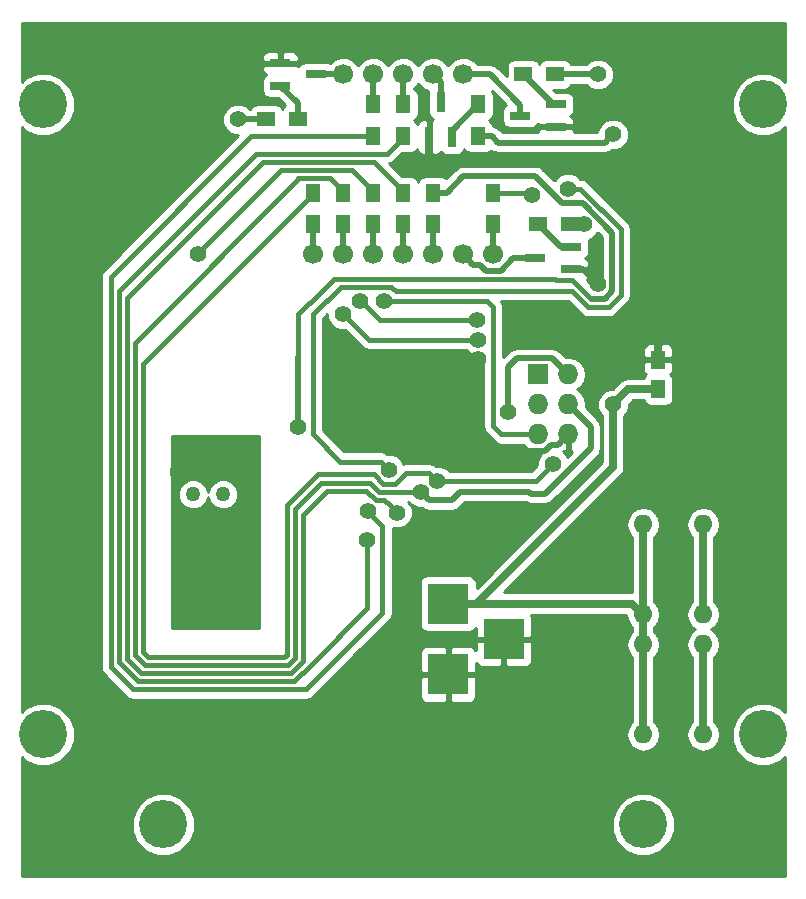
<source format=gbr>
G04 #@! TF.FileFunction,Copper,L2,Bot,Signal*
%FSLAX46Y46*%
G04 Gerber Fmt 4.6, Leading zero omitted, Abs format (unit mm)*
G04 Created by KiCad (PCBNEW (2015-12-07 BZR 6352)-product) date Sat 20 Feb 2016 08:53:46 AM EST*
%MOMM*%
G01*
G04 APERTURE LIST*
%ADD10C,0.100000*%
%ADD11R,1.500000X1.300000*%
%ADD12R,1.727200X1.727200*%
%ADD13O,1.727200X1.727200*%
%ADD14R,3.500120X3.500120*%
%ADD15R,1.800860X0.800100*%
%ADD16R,0.800100X1.800860*%
%ADD17R,1.300000X1.500000*%
%ADD18O,1.600000X1.600000*%
%ADD19C,1.270000*%
%ADD20R,1.250000X1.500000*%
%ADD21C,1.700000*%
%ADD22C,4.064000*%
%ADD23C,1.400000*%
%ADD24C,1.600000*%
%ADD25C,0.635000*%
%ADD26C,0.431800*%
%ADD27C,0.508000*%
%ADD28C,0.254000*%
G04 APERTURE END LIST*
D10*
D11*
X43180000Y68580000D03*
X45880000Y68580000D03*
D12*
X44450000Y43180000D03*
D13*
X46990000Y43180000D03*
X44450000Y40640000D03*
X46990000Y40640000D03*
X44450000Y38100000D03*
X46990000Y38100000D03*
D14*
X36830000Y23779480D03*
X36830000Y17780000D03*
X41529000Y20779740D03*
D15*
X22628860Y67630000D03*
X22628860Y69530000D03*
X25631140Y68580000D03*
D16*
X37145000Y63268860D03*
X35245000Y63268860D03*
X36195000Y66271140D03*
D15*
X45951140Y66040000D03*
X45951140Y64140000D03*
X42948860Y65090000D03*
X47221140Y53970000D03*
X47221140Y52070000D03*
X44218860Y53020000D03*
D11*
X24130000Y64770000D03*
X21430000Y64770000D03*
D17*
X39370000Y66040000D03*
X39370000Y63340000D03*
D11*
X44450000Y55880000D03*
X47150000Y55880000D03*
D17*
X30480000Y66040000D03*
X30480000Y63340000D03*
X40640000Y55880000D03*
X40640000Y58580000D03*
X33020000Y55880000D03*
X33020000Y58580000D03*
X27940000Y55880000D03*
X27940000Y58580000D03*
X25400000Y55880000D03*
X25400000Y58580000D03*
X33020000Y66040000D03*
X33020000Y63340000D03*
X35560000Y55880000D03*
X35560000Y58580000D03*
D18*
X53340000Y22860000D03*
X58420000Y22860000D03*
X58420000Y30480000D03*
X53340000Y30480000D03*
X53340000Y12700000D03*
X58420000Y12700000D03*
X58420000Y20320000D03*
X53340000Y20320000D03*
D19*
X15240000Y33020000D03*
X17780000Y33020000D03*
D20*
X54610000Y41930000D03*
X54610000Y44430000D03*
D21*
X25400000Y53340000D03*
X27940000Y53340000D03*
X30480000Y53340000D03*
X33020000Y53340000D03*
X35560000Y53340000D03*
X38100000Y53340000D03*
X40640000Y53340000D03*
X38100000Y68580000D03*
X35560000Y68580000D03*
X33020000Y68580000D03*
X30480000Y68580000D03*
X27940000Y68580000D03*
D17*
X30480000Y55880000D03*
X30480000Y58580000D03*
D22*
X63500000Y66040000D03*
X63500000Y12700000D03*
X2540000Y12700000D03*
X2540000Y66040000D03*
X12700000Y5080000D03*
X53340000Y5080000D03*
D23*
X15609224Y53399806D03*
X41911520Y40005000D03*
X50800000Y40640000D03*
D24*
X63500000Y27940000D03*
D23*
X39370000Y44450000D03*
X40005000Y36195000D03*
X49530000Y50800000D03*
X62230000Y39370000D03*
X57785000Y49530000D03*
X13970000Y34925000D03*
X45720000Y35621999D03*
X35923270Y34128732D03*
X29974503Y29168739D03*
X34516006Y33232461D03*
X31426233Y49429920D03*
X24130000Y38735000D03*
X30027055Y31593989D03*
X46978070Y58913838D03*
X43900711Y58409861D03*
X31805265Y35109240D03*
X32481241Y31486090D03*
X19050000Y64770000D03*
X50800000Y63500000D03*
X49530000Y68580000D03*
X48321980Y55880000D03*
X29394738Y49386309D03*
X39260934Y47754425D03*
X39370000Y46104013D03*
X27940000Y48260000D03*
D25*
X53340000Y20320000D02*
X53340000Y12700000D01*
X53340000Y20320000D02*
X53340000Y22860000D01*
X53340000Y22860000D02*
X53340000Y30480000D01*
X53340000Y22860000D02*
X52420520Y23779480D01*
X52420520Y23779480D02*
X36830000Y23779480D01*
D26*
X16309223Y54099805D02*
X15609224Y53399806D01*
X22695130Y60485712D02*
X16309223Y54099805D01*
X28674288Y60485712D02*
X22695130Y60485712D01*
X30480000Y58680000D02*
X28674288Y60485712D01*
X30480000Y58580000D02*
X30480000Y58680000D01*
D27*
X46990000Y43180000D02*
X45618399Y44551601D01*
X45618399Y44551601D02*
X42646601Y44551601D01*
X42646601Y44551601D02*
X41911520Y43816520D01*
X41911520Y40994949D02*
X41911520Y40005000D01*
X41911520Y43816520D02*
X41911520Y40994949D01*
D25*
X50800000Y40640000D02*
X50800000Y35364420D01*
X50800000Y35364420D02*
X39215060Y23779480D01*
X39215060Y23779480D02*
X36830000Y23779480D01*
X54610000Y41930000D02*
X52090000Y41930000D01*
X52090000Y41930000D02*
X50800000Y40640000D01*
X35245000Y63268860D02*
X35245000Y61733430D01*
X35245000Y61733430D02*
X36018430Y60960000D01*
D27*
X49530000Y50800000D02*
X48260000Y52070000D01*
X48260000Y52070000D02*
X47221140Y52070000D01*
D25*
X39370000Y44450000D02*
X38100000Y44450000D01*
D27*
X38100000Y39998160D02*
X38100000Y44450000D01*
X45038556Y36728399D02*
X41369761Y36728399D01*
X41369761Y36728399D02*
X38100000Y39998160D01*
X45546558Y37236401D02*
X45038556Y36728399D01*
X46126401Y37236401D02*
X45546558Y37236401D01*
X46990000Y38100000D02*
X46126401Y37236401D01*
D25*
X54610000Y44430000D02*
X54610000Y46355000D01*
X54610000Y46355000D02*
X57785000Y49530000D01*
D26*
X10998244Y44078244D02*
X10998244Y19672247D01*
X10998244Y19672247D02*
X11405863Y19264628D01*
X31284372Y33939338D02*
X32366819Y33939338D01*
X25776451Y34716608D02*
X30507102Y34716608D01*
X32366819Y33939338D02*
X33256212Y34828731D01*
X30507102Y34716608D02*
X31284372Y33939338D01*
X11405863Y19264628D02*
X22956977Y19264628D01*
X23158487Y19466138D02*
X23158487Y32098644D01*
X25400000Y58580000D02*
X25400000Y58480000D01*
X25400000Y58480000D02*
X10998244Y44078244D01*
X22956977Y19264628D02*
X23158487Y19466138D01*
X23158487Y32098644D02*
X25776451Y34716608D01*
X33256212Y34828731D02*
X35223271Y34828731D01*
X35223271Y34828731D02*
X35923270Y34128732D01*
X35923270Y34128732D02*
X44226733Y34128732D01*
X44226733Y34128732D02*
X45720000Y35621999D01*
X29974503Y28178790D02*
X29974503Y29168739D01*
X33020000Y63240000D02*
X31644176Y61864176D01*
X25215920Y18613925D02*
X29974503Y23372508D01*
X8940811Y18820031D02*
X10553647Y17207195D01*
X20589176Y61864176D02*
X8940811Y50215811D01*
X31644176Y61864176D02*
X20589176Y61864176D01*
X23809193Y17207195D02*
X25215920Y18613925D01*
X8940811Y50215811D02*
X8940811Y18820031D01*
X29974503Y23372508D02*
X29974503Y28178790D01*
X33020000Y63340000D02*
X33020000Y63240000D01*
X10553647Y17207195D02*
X23809193Y17207195D01*
X26060523Y34030797D02*
X30182370Y34030797D01*
X23844298Y31814572D02*
X26060523Y34030797D01*
X24130000Y59690000D02*
X10312433Y45872433D01*
X27940000Y58680000D02*
X26820099Y59799901D01*
X23844298Y19182066D02*
X23844298Y31814572D01*
X24130000Y59799901D02*
X24130000Y59690000D01*
X26820099Y59799901D02*
X24130000Y59799901D01*
X30959639Y33253527D02*
X34494940Y33253527D01*
X34494940Y33253527D02*
X34516006Y33232461D01*
X11121791Y18578817D02*
X23241049Y18578817D01*
X23241049Y18578817D02*
X23844298Y19182066D01*
X10312433Y19388175D02*
X11121791Y18578817D01*
X10312433Y45872433D02*
X10312433Y19388175D01*
X27940000Y58580000D02*
X27940000Y58680000D01*
X30182370Y34030797D02*
X30959639Y33253527D01*
D27*
X43870158Y33081998D02*
X43705917Y33246239D01*
X37846880Y33246239D02*
X37133103Y32532462D01*
X37133103Y32532462D02*
X35216005Y32532462D01*
X35216005Y32532462D02*
X34516006Y33232461D01*
X48895000Y38735000D02*
X48895000Y36947156D01*
X48895000Y36947156D02*
X45029842Y33081998D01*
X45029842Y33081998D02*
X43870158Y33081998D01*
X43705917Y33246239D02*
X37846880Y33246239D01*
X46990000Y40640000D02*
X48895000Y38735000D01*
D26*
X40640000Y48895000D02*
X40105080Y49429920D01*
X40640000Y38800013D02*
X40640000Y48895000D01*
X41340013Y38100000D02*
X40640000Y38800013D01*
X32416182Y49429920D02*
X31426233Y49429920D01*
X44450000Y38100000D02*
X41340013Y38100000D01*
X40105080Y49429920D02*
X32416182Y49429920D01*
D27*
X24130000Y38735000D02*
X24130000Y44618689D01*
X50738002Y50220158D02*
X50738002Y55175903D01*
X48208068Y57705837D02*
X46459235Y57705837D01*
X38120221Y59982221D02*
X36718000Y58580000D01*
X46459235Y57705837D02*
X44182851Y59982221D01*
X36718000Y58580000D02*
X35560000Y58580000D01*
X44182851Y59982221D02*
X38120221Y59982221D01*
X48950158Y49591998D02*
X50109842Y49591998D01*
X50109842Y49591998D02*
X50738002Y50220158D01*
X50738002Y55175903D02*
X48208068Y57705837D01*
D26*
X27155633Y51285633D02*
X26035000Y50165000D01*
X33020000Y51233173D02*
X32967540Y51285633D01*
X32967540Y51285633D02*
X27155633Y51285633D01*
X33020000Y51233173D02*
X45911665Y51233173D01*
X32638297Y51233173D02*
X33020000Y51233173D01*
X26717270Y50847270D02*
X26035000Y50165000D01*
X26035000Y50165000D02*
X24130000Y48260000D01*
X45944789Y51200049D02*
X47342107Y51200049D01*
X45911665Y51233173D02*
X45944789Y51200049D01*
X47342107Y51200049D02*
X48950158Y49591998D01*
X24130000Y48260000D02*
X24130000Y44618689D01*
X31265499Y24130000D02*
X31265499Y30355545D01*
X24765000Y16510000D02*
X31265499Y23010499D01*
X31265499Y23010499D02*
X31265499Y24130000D01*
X10160000Y16510000D02*
X24765000Y16510000D01*
X8255000Y18415000D02*
X10160000Y16510000D01*
X8255000Y51435000D02*
X8255000Y18415000D01*
X20160000Y63340000D02*
X8255000Y51435000D01*
X20955000Y63340000D02*
X20160000Y63340000D01*
X30480000Y63340000D02*
X20955000Y63340000D01*
X31265499Y30355545D02*
X30727054Y30893990D01*
X30727054Y30893990D02*
X30027055Y31593989D01*
X51461913Y55480950D02*
X48029025Y58913838D01*
X48029025Y58913838D02*
X47968019Y58913838D01*
X51461913Y49920305D02*
X51461913Y55480950D01*
X48650305Y48868088D02*
X50409696Y48868088D01*
X32371798Y50215811D02*
X47302582Y50215811D01*
X27739822Y50599822D02*
X31987787Y50599822D01*
X47302582Y50215811D02*
X48650305Y48868088D01*
X50409696Y48868088D02*
X51461913Y49920305D01*
X47968019Y58913838D02*
X46978070Y58913838D01*
X25400000Y48260000D02*
X27739822Y50599822D01*
X31105266Y35809239D02*
X27690761Y35809239D01*
X31805265Y35109240D02*
X31105266Y35809239D01*
X27690761Y35809239D02*
X25400000Y38100000D01*
X25400000Y38100000D02*
X25400000Y48260000D01*
X31987787Y50599822D02*
X32371798Y50215811D01*
X43730572Y58580000D02*
X43900711Y58409861D01*
X40640000Y58580000D02*
X43730572Y58580000D01*
X31399615Y32567716D02*
X31781242Y32186089D01*
X26581131Y33344986D02*
X29898298Y33344986D01*
X24530109Y31293964D02*
X26581131Y33344986D01*
X33020000Y58680000D02*
X30528477Y61171523D01*
X9626622Y49631622D02*
X9626622Y19104103D01*
X33020000Y58580000D02*
X33020000Y58680000D01*
X23525121Y17893006D02*
X24530109Y18897994D01*
X30675567Y32567716D02*
X31399615Y32567716D01*
X31781242Y32186089D02*
X32481241Y31486090D01*
X29898298Y33344986D02*
X30675567Y32567716D01*
X24530109Y18897994D02*
X24530109Y31293964D01*
X9626622Y19104103D02*
X10837719Y17893006D01*
X21166523Y61171523D02*
X9626622Y49631622D01*
X30528477Y61171523D02*
X21166523Y61171523D01*
X10837719Y17893006D02*
X23525121Y17893006D01*
D27*
X19050000Y64770000D02*
X21430000Y64770000D01*
X50800000Y63500000D02*
X50100001Y62800001D01*
X50100001Y62800001D02*
X41067999Y62800001D01*
X41067999Y62800001D02*
X40528000Y63340000D01*
X40528000Y63340000D02*
X39370000Y63340000D01*
X49530000Y68580000D02*
X45880000Y68580000D01*
X47150000Y55880000D02*
X48321980Y55880000D01*
D26*
X39260934Y47754425D02*
X31026622Y47754425D01*
X31026622Y47754425D02*
X30094737Y48686310D01*
X30094737Y48686310D02*
X29394738Y49386309D01*
X30095987Y46104013D02*
X38380051Y46104013D01*
X27940000Y48260000D02*
X30095987Y46104013D01*
X38380051Y46104013D02*
X39370000Y46104013D01*
D27*
X24130000Y64770000D02*
X24130000Y66128860D01*
X24130000Y66128860D02*
X22628860Y67630000D01*
X37145000Y63268860D02*
X37145000Y63815000D01*
X37145000Y63815000D02*
X39370000Y66040000D01*
X45951140Y66040000D02*
X45720000Y66040000D01*
X45720000Y66040000D02*
X43180000Y68580000D01*
X47221140Y53970000D02*
X46360000Y53970000D01*
X46360000Y53970000D02*
X44450000Y55880000D01*
X30480000Y66040000D02*
X30480000Y68580000D01*
X40640000Y53340000D02*
X40640000Y55880000D01*
X33020000Y53340000D02*
X33020000Y55880000D01*
X27940000Y53340000D02*
X27940000Y55880000D01*
X25400000Y55880000D02*
X25400000Y53340000D01*
X33020000Y66040000D02*
X33020000Y68580000D01*
X35560000Y53340000D02*
X35560000Y55880000D01*
X30480000Y53340000D02*
X30480000Y55880000D01*
D25*
X58420000Y22860000D02*
X58420000Y30480000D01*
X58420000Y12700000D02*
X58420000Y20320000D01*
D27*
X25631140Y68580000D02*
X27940000Y68580000D01*
X36195000Y66271140D02*
X36195000Y67945000D01*
X36195000Y67945000D02*
X35560000Y68580000D01*
X42948860Y65090000D02*
X42948860Y65998050D01*
X40366910Y68580000D02*
X39302081Y68580000D01*
X42948860Y65998050D02*
X40366910Y68580000D01*
X39302081Y68580000D02*
X38100000Y68580000D01*
X40005000Y68580000D02*
X38100000Y68580000D01*
X44218860Y53020000D02*
X42329842Y53020000D01*
X39480157Y52490001D02*
X38949999Y52490001D01*
X42329842Y53020000D02*
X41291841Y51981999D01*
X41291841Y51981999D02*
X39988159Y51981999D01*
X39988159Y51981999D02*
X39480157Y52490001D01*
X38949999Y52490001D02*
X38100000Y53340000D01*
D28*
G36*
X65330000Y67981807D02*
X65012707Y68299655D01*
X64032827Y68706536D01*
X62971828Y68707462D01*
X61991239Y68302291D01*
X61240345Y67552707D01*
X60833464Y66572827D01*
X60832538Y65511828D01*
X61237709Y64531239D01*
X61987293Y63780345D01*
X62967173Y63373464D01*
X64028172Y63372538D01*
X65008761Y63777709D01*
X65330000Y64098388D01*
X65330000Y14641807D01*
X65012707Y14959655D01*
X64032827Y15366536D01*
X62971828Y15367462D01*
X61991239Y14962291D01*
X61240345Y14212707D01*
X60833464Y13232827D01*
X60832538Y12171828D01*
X61237709Y11191239D01*
X61987293Y10440345D01*
X62967173Y10033464D01*
X64028172Y10032538D01*
X65008761Y10437709D01*
X65330000Y10758388D01*
X65330000Y710000D01*
X710000Y710000D01*
X710000Y4551828D01*
X10032538Y4551828D01*
X10437709Y3571239D01*
X11187293Y2820345D01*
X12167173Y2413464D01*
X13228172Y2412538D01*
X14208761Y2817709D01*
X14959655Y3567293D01*
X15366536Y4547173D01*
X15366540Y4551828D01*
X50672538Y4551828D01*
X51077709Y3571239D01*
X51827293Y2820345D01*
X52807173Y2413464D01*
X53868172Y2412538D01*
X54848761Y2817709D01*
X55599655Y3567293D01*
X56006536Y4547173D01*
X56007462Y5608172D01*
X55602291Y6588761D01*
X54852707Y7339655D01*
X53872827Y7746536D01*
X52811828Y7747462D01*
X51831239Y7342291D01*
X51080345Y6592707D01*
X50673464Y5612827D01*
X50672538Y4551828D01*
X15366540Y4551828D01*
X15367462Y5608172D01*
X14962291Y6588761D01*
X14212707Y7339655D01*
X13232827Y7746536D01*
X12171828Y7747462D01*
X11191239Y7342291D01*
X10440345Y6592707D01*
X10033464Y5612827D01*
X10032538Y4551828D01*
X710000Y4551828D01*
X710000Y10758193D01*
X1027293Y10440345D01*
X2007173Y10033464D01*
X3068172Y10032538D01*
X4048761Y10437709D01*
X4799655Y11187293D01*
X5206536Y12167173D01*
X5207462Y13228172D01*
X4802291Y14208761D01*
X4052707Y14959655D01*
X3072827Y15366536D01*
X2011828Y15367462D01*
X1031239Y14962291D01*
X710000Y14641612D01*
X710000Y51435000D01*
X7404100Y51435000D01*
X7404100Y18415000D01*
X7468871Y18089374D01*
X7653323Y17813323D01*
X9558323Y15908323D01*
X9834375Y15723871D01*
X10160000Y15659100D01*
X24765000Y15659100D01*
X25090626Y15723871D01*
X25366677Y15908323D01*
X26952604Y17494250D01*
X34444940Y17494250D01*
X34444940Y15903631D01*
X34541613Y15670242D01*
X34720241Y15491613D01*
X34953630Y15394940D01*
X36544250Y15394940D01*
X36703000Y15553690D01*
X36703000Y17653000D01*
X36957000Y17653000D01*
X36957000Y15553690D01*
X37115750Y15394940D01*
X38706370Y15394940D01*
X38939759Y15491613D01*
X39118387Y15670242D01*
X39215060Y15903631D01*
X39215060Y17494250D01*
X39056310Y17653000D01*
X36957000Y17653000D01*
X36703000Y17653000D01*
X34603690Y17653000D01*
X34444940Y17494250D01*
X26952604Y17494250D01*
X29114723Y19656369D01*
X34444940Y19656369D01*
X34444940Y18065750D01*
X34603690Y17907000D01*
X36703000Y17907000D01*
X36703000Y20006310D01*
X36957000Y20006310D01*
X36957000Y17907000D01*
X39056310Y17907000D01*
X39215060Y18065750D01*
X39215060Y18731672D01*
X39240613Y18669982D01*
X39419241Y18491353D01*
X39652630Y18394680D01*
X41243250Y18394680D01*
X41402000Y18553430D01*
X41402000Y20652740D01*
X41656000Y20652740D01*
X41656000Y18553430D01*
X41814750Y18394680D01*
X43405370Y18394680D01*
X43638759Y18491353D01*
X43817387Y18669982D01*
X43914060Y18903371D01*
X43914060Y20493990D01*
X43755310Y20652740D01*
X41656000Y20652740D01*
X41402000Y20652740D01*
X39302690Y20652740D01*
X39143940Y20493990D01*
X39143940Y19828068D01*
X39118387Y19889758D01*
X38939759Y20068387D01*
X38706370Y20165060D01*
X37115750Y20165060D01*
X36957000Y20006310D01*
X36703000Y20006310D01*
X36544250Y20165060D01*
X34953630Y20165060D01*
X34720241Y20068387D01*
X34541613Y19889758D01*
X34444940Y19656369D01*
X29114723Y19656369D01*
X31867176Y22408822D01*
X32051628Y22684874D01*
X32116399Y23010499D01*
X32116399Y25529540D01*
X34432500Y25529540D01*
X34432500Y22029420D01*
X34476778Y21794103D01*
X34615850Y21577979D01*
X34828050Y21432989D01*
X35079940Y21381980D01*
X38580060Y21381980D01*
X38815377Y21426258D01*
X39031501Y21565330D01*
X39143940Y21729890D01*
X39143940Y21065490D01*
X39302690Y20906740D01*
X41402000Y20906740D01*
X41402000Y20926740D01*
X41656000Y20926740D01*
X41656000Y20906740D01*
X43755310Y20906740D01*
X43914060Y21065490D01*
X43914060Y22656109D01*
X43843283Y22826980D01*
X51905976Y22826980D01*
X52014233Y22282736D01*
X52325302Y21817189D01*
X52387500Y21775630D01*
X52387500Y21404370D01*
X52325302Y21362811D01*
X52014233Y20897264D01*
X51905000Y20348113D01*
X51905000Y20291887D01*
X52014233Y19742736D01*
X52325302Y19277189D01*
X52387500Y19235630D01*
X52387500Y13784370D01*
X52325302Y13742811D01*
X52014233Y13277264D01*
X51905000Y12728113D01*
X51905000Y12671887D01*
X52014233Y12122736D01*
X52325302Y11657189D01*
X52790849Y11346120D01*
X53340000Y11236887D01*
X53889151Y11346120D01*
X54354698Y11657189D01*
X54665767Y12122736D01*
X54775000Y12671887D01*
X54775000Y12728113D01*
X54665767Y13277264D01*
X54354698Y13742811D01*
X54292500Y13784370D01*
X54292500Y19235630D01*
X54354698Y19277189D01*
X54665767Y19742736D01*
X54775000Y20291887D01*
X54775000Y20348113D01*
X54665767Y20897264D01*
X54354698Y21362811D01*
X54292500Y21404370D01*
X54292500Y21775630D01*
X54354698Y21817189D01*
X54665767Y22282736D01*
X54775000Y22831887D01*
X54775000Y22888113D01*
X54665767Y23437264D01*
X54354698Y23902811D01*
X54292500Y23944370D01*
X54292500Y29395630D01*
X54354698Y29437189D01*
X54665767Y29902736D01*
X54775000Y30451887D01*
X54775000Y30508113D01*
X56985000Y30508113D01*
X56985000Y30451887D01*
X57094233Y29902736D01*
X57405302Y29437189D01*
X57467500Y29395630D01*
X57467500Y23944370D01*
X57405302Y23902811D01*
X57094233Y23437264D01*
X56985000Y22888113D01*
X56985000Y22831887D01*
X57094233Y22282736D01*
X57405302Y21817189D01*
X57745314Y21590000D01*
X57405302Y21362811D01*
X57094233Y20897264D01*
X56985000Y20348113D01*
X56985000Y20291887D01*
X57094233Y19742736D01*
X57405302Y19277189D01*
X57467500Y19235630D01*
X57467500Y13784370D01*
X57405302Y13742811D01*
X57094233Y13277264D01*
X56985000Y12728113D01*
X56985000Y12671887D01*
X57094233Y12122736D01*
X57405302Y11657189D01*
X57870849Y11346120D01*
X58420000Y11236887D01*
X58969151Y11346120D01*
X59434698Y11657189D01*
X59745767Y12122736D01*
X59855000Y12671887D01*
X59855000Y12728113D01*
X59745767Y13277264D01*
X59434698Y13742811D01*
X59372500Y13784370D01*
X59372500Y19235630D01*
X59434698Y19277189D01*
X59745767Y19742736D01*
X59855000Y20291887D01*
X59855000Y20348113D01*
X59745767Y20897264D01*
X59434698Y21362811D01*
X59094686Y21590000D01*
X59434698Y21817189D01*
X59745767Y22282736D01*
X59855000Y22831887D01*
X59855000Y22888113D01*
X59745767Y23437264D01*
X59434698Y23902811D01*
X59372500Y23944370D01*
X59372500Y29395630D01*
X59434698Y29437189D01*
X59745767Y29902736D01*
X59855000Y30451887D01*
X59855000Y30508113D01*
X59745767Y31057264D01*
X59434698Y31522811D01*
X58969151Y31833880D01*
X58420000Y31943113D01*
X57870849Y31833880D01*
X57405302Y31522811D01*
X57094233Y31057264D01*
X56985000Y30508113D01*
X54775000Y30508113D01*
X54665767Y31057264D01*
X54354698Y31522811D01*
X53889151Y31833880D01*
X53340000Y31943113D01*
X52790849Y31833880D01*
X52325302Y31522811D01*
X52014233Y31057264D01*
X51905000Y30508113D01*
X51905000Y30451887D01*
X52014233Y29902736D01*
X52325302Y29437189D01*
X52387500Y29395630D01*
X52387500Y24731980D01*
X41514598Y24731980D01*
X51473519Y34690901D01*
X51679995Y34999914D01*
X51752500Y35364420D01*
X51752500Y39704509D01*
X51931098Y39882796D01*
X52134768Y40373287D01*
X52134990Y40627951D01*
X52484539Y40977500D01*
X53375663Y40977500D01*
X53381838Y40944683D01*
X53520910Y40728559D01*
X53733110Y40583569D01*
X53985000Y40532560D01*
X55235000Y40532560D01*
X55470317Y40576838D01*
X55686441Y40715910D01*
X55831431Y40928110D01*
X55882440Y41180000D01*
X55882440Y42680000D01*
X55838162Y42915317D01*
X55699090Y43131441D01*
X55630994Y43177969D01*
X55773327Y43320302D01*
X55870000Y43553691D01*
X55870000Y44144250D01*
X55711250Y44303000D01*
X54737000Y44303000D01*
X54737000Y44283000D01*
X54483000Y44283000D01*
X54483000Y44303000D01*
X53508750Y44303000D01*
X53350000Y44144250D01*
X53350000Y43553691D01*
X53446673Y43320302D01*
X53587910Y43179064D01*
X53533559Y43144090D01*
X53388569Y42931890D01*
X53378567Y42882500D01*
X52090000Y42882500D01*
X51725494Y42809995D01*
X51416480Y42603519D01*
X50787972Y41975011D01*
X50535617Y41975231D01*
X50044771Y41772418D01*
X49668902Y41397204D01*
X49465232Y40906713D01*
X49464769Y40375617D01*
X49667582Y39884771D01*
X49847500Y39704539D01*
X49847500Y35758958D01*
X39227500Y25138958D01*
X39227500Y25529540D01*
X39183222Y25764857D01*
X39044150Y25980981D01*
X38831950Y26125971D01*
X38580060Y26176980D01*
X35079940Y26176980D01*
X34844623Y26132702D01*
X34628499Y25993630D01*
X34483509Y25781430D01*
X34432500Y25529540D01*
X32116399Y25529540D01*
X32116399Y30192069D01*
X32214528Y30151322D01*
X32745624Y30150859D01*
X33236470Y30353672D01*
X33612339Y30728886D01*
X33816009Y31219377D01*
X33816472Y31750473D01*
X33613659Y32241319D01*
X33452632Y32402627D01*
X33458063Y32402627D01*
X33758802Y32101363D01*
X34249293Y31897693D01*
X34597046Y31897390D01*
X34875799Y31711133D01*
X35216005Y31643462D01*
X37133103Y31643462D01*
X37473309Y31711133D01*
X37761721Y31903844D01*
X38215116Y32357239D01*
X43385425Y32357239D01*
X43529952Y32260669D01*
X43870158Y32192998D01*
X45029842Y32192998D01*
X45370048Y32260669D01*
X45658460Y32453380D01*
X49523618Y36318538D01*
X49564153Y36379203D01*
X49716329Y36606950D01*
X49784000Y36947156D01*
X49784000Y38735000D01*
X49716329Y39075206D01*
X49523618Y39363618D01*
X48473043Y40414193D01*
X48517959Y40640000D01*
X48403885Y41213489D01*
X48079029Y41699670D01*
X47764248Y41910000D01*
X48079029Y42120330D01*
X48403885Y42606511D01*
X48517959Y43180000D01*
X48403885Y43753489D01*
X48079029Y44239670D01*
X47592848Y44564526D01*
X47019359Y44678600D01*
X46960641Y44678600D01*
X46783810Y44643426D01*
X46247017Y45180219D01*
X46146613Y45247307D01*
X46058311Y45306309D01*
X53350000Y45306309D01*
X53350000Y44715750D01*
X53508750Y44557000D01*
X54483000Y44557000D01*
X54483000Y45656250D01*
X54737000Y45656250D01*
X54737000Y44557000D01*
X55711250Y44557000D01*
X55870000Y44715750D01*
X55870000Y45306309D01*
X55773327Y45539698D01*
X55594699Y45718327D01*
X55361310Y45815000D01*
X54895750Y45815000D01*
X54737000Y45656250D01*
X54483000Y45656250D01*
X54324250Y45815000D01*
X53858690Y45815000D01*
X53625301Y45718327D01*
X53446673Y45539698D01*
X53350000Y45306309D01*
X46058311Y45306309D01*
X45958605Y45372930D01*
X45618399Y45440601D01*
X42646601Y45440601D01*
X42306396Y45372931D01*
X42017983Y45180219D01*
X41490900Y44653136D01*
X41490900Y48895000D01*
X41464058Y49029945D01*
X41426129Y49220626D01*
X41329721Y49364911D01*
X46950128Y49364911D01*
X48048628Y48266411D01*
X48324679Y48081959D01*
X48650305Y48017188D01*
X50409696Y48017188D01*
X50735322Y48081959D01*
X51011373Y48266411D01*
X52063590Y49318628D01*
X52248042Y49594680D01*
X52312813Y49920305D01*
X52312813Y55480950D01*
X52248042Y55806575D01*
X52063590Y56082627D01*
X48630702Y59515515D01*
X48354651Y59699967D01*
X48029025Y59764738D01*
X48014984Y59764738D01*
X47735274Y60044936D01*
X47244783Y60248606D01*
X46713687Y60249069D01*
X46222841Y60046256D01*
X45846972Y59671042D01*
X45818891Y59603417D01*
X44811469Y60610839D01*
X44751662Y60650801D01*
X44523057Y60803550D01*
X44182851Y60871221D01*
X38120221Y60871221D01*
X37780015Y60803550D01*
X37551410Y60650801D01*
X37491603Y60610839D01*
X36667029Y59786265D01*
X36461890Y59926431D01*
X36210000Y59977440D01*
X34910000Y59977440D01*
X34674683Y59933162D01*
X34458559Y59794090D01*
X34313569Y59581890D01*
X34291007Y59470477D01*
X34273162Y59565317D01*
X34134090Y59781441D01*
X33921890Y59926431D01*
X33670000Y59977440D01*
X32925914Y59977440D01*
X31849280Y61054074D01*
X31969802Y61078047D01*
X32245853Y61262499D01*
X32925914Y61942560D01*
X33670000Y61942560D01*
X33905317Y61986838D01*
X34121441Y62125910D01*
X34209950Y62255447D01*
X34209950Y62242120D01*
X34306623Y62008731D01*
X34485252Y61830103D01*
X34718641Y61733430D01*
X34959250Y61733430D01*
X35118000Y61892180D01*
X35118000Y63141860D01*
X35098000Y63141860D01*
X35098000Y63395860D01*
X35118000Y63395860D01*
X35118000Y64645540D01*
X34959250Y64804290D01*
X34718641Y64804290D01*
X34485252Y64707617D01*
X34306623Y64528989D01*
X34242194Y64373443D01*
X34134090Y64541441D01*
X33921890Y64686431D01*
X33908803Y64689081D01*
X34121441Y64825910D01*
X34266431Y65038110D01*
X34317440Y65290000D01*
X34317440Y66790000D01*
X34273162Y67025317D01*
X34134090Y67241441D01*
X33924501Y67384647D01*
X34278188Y67737717D01*
X34289748Y67765557D01*
X34300344Y67739914D01*
X34717717Y67321812D01*
X35147510Y67143346D01*
X35147510Y65370710D01*
X35191788Y65135393D01*
X35330860Y64919269D01*
X35517918Y64791458D01*
X35372000Y64645540D01*
X35372000Y63395860D01*
X35392000Y63395860D01*
X35392000Y63141860D01*
X35372000Y63141860D01*
X35372000Y61892180D01*
X35530750Y61733430D01*
X35771359Y61733430D01*
X36004748Y61830103D01*
X36183377Y62008731D01*
X36198434Y62045082D01*
X36280860Y61916989D01*
X36493060Y61771999D01*
X36744950Y61720990D01*
X37545050Y61720990D01*
X37780367Y61765268D01*
X37996491Y61904340D01*
X38141481Y62116540D01*
X38172264Y62268549D01*
X38255910Y62138559D01*
X38468110Y61993569D01*
X38720000Y61942560D01*
X40020000Y61942560D01*
X40255317Y61986838D01*
X40471441Y62125910D01*
X40482723Y62142422D01*
X40727793Y61978672D01*
X41067999Y61911001D01*
X50100001Y61911001D01*
X50440207Y61978672D01*
X50719171Y62165070D01*
X51064383Y62164769D01*
X51555229Y62367582D01*
X51931098Y62742796D01*
X52134768Y63233287D01*
X52135231Y63764383D01*
X51932418Y64255229D01*
X51557204Y64631098D01*
X51066713Y64834768D01*
X50535617Y64835231D01*
X50044771Y64632418D01*
X49668902Y64257204D01*
X49465232Y63766713D01*
X49465164Y63689001D01*
X47486570Y63689001D01*
X47486570Y63854250D01*
X47327820Y64013000D01*
X46078140Y64013000D01*
X46078140Y63993000D01*
X45824140Y63993000D01*
X45824140Y64013000D01*
X44574460Y64013000D01*
X44415710Y63854250D01*
X44415710Y63689001D01*
X41436235Y63689001D01*
X41156618Y63968618D01*
X40973610Y64090900D01*
X40868206Y64161329D01*
X40645690Y64205590D01*
X40623162Y64325317D01*
X40484090Y64541441D01*
X40271890Y64686431D01*
X40258803Y64689081D01*
X40471441Y64825910D01*
X40616431Y65038110D01*
X40667440Y65290000D01*
X40667440Y66790000D01*
X40623162Y67025317D01*
X40548809Y67140865D01*
X41681289Y66008385D01*
X41596989Y65954140D01*
X41451999Y65741940D01*
X41400990Y65490050D01*
X41400990Y64689950D01*
X41445268Y64454633D01*
X41584340Y64238509D01*
X41796540Y64093519D01*
X42048430Y64042510D01*
X43849290Y64042510D01*
X44084607Y64086788D01*
X44300731Y64225860D01*
X44428542Y64412918D01*
X44574460Y64267000D01*
X45824140Y64267000D01*
X45824140Y64287000D01*
X46078140Y64287000D01*
X46078140Y64267000D01*
X47327820Y64267000D01*
X47486570Y64425750D01*
X47486570Y64666359D01*
X47389897Y64899748D01*
X47211269Y65078377D01*
X47174918Y65093434D01*
X47303011Y65175860D01*
X47448001Y65388060D01*
X47499010Y65639950D01*
X47499010Y66440050D01*
X47454732Y66675367D01*
X47315660Y66891491D01*
X47103460Y67036481D01*
X46851570Y67087490D01*
X45929746Y67087490D01*
X45734676Y67282560D01*
X46630000Y67282560D01*
X46865317Y67326838D01*
X47081441Y67465910D01*
X47226431Y67678110D01*
X47229041Y67691000D01*
X48531120Y67691000D01*
X48772796Y67448902D01*
X49263287Y67245232D01*
X49794383Y67244769D01*
X50285229Y67447582D01*
X50661098Y67822796D01*
X50864768Y68313287D01*
X50865231Y68844383D01*
X50662418Y69335229D01*
X50287204Y69711098D01*
X49796713Y69914768D01*
X49265617Y69915231D01*
X48774771Y69712418D01*
X48530928Y69469000D01*
X47230792Y69469000D01*
X47094090Y69681441D01*
X46881890Y69826431D01*
X46630000Y69877440D01*
X45130000Y69877440D01*
X44894683Y69833162D01*
X44678559Y69694090D01*
X44533569Y69481890D01*
X44530919Y69468803D01*
X44394090Y69681441D01*
X44181890Y69826431D01*
X43930000Y69877440D01*
X42430000Y69877440D01*
X42194683Y69833162D01*
X41978559Y69694090D01*
X41833569Y69481890D01*
X41782560Y69230000D01*
X41782560Y68421586D01*
X40995528Y69208618D01*
X40942201Y69244250D01*
X40707116Y69401329D01*
X40366910Y69469000D01*
X39310827Y69469000D01*
X38942283Y69838188D01*
X38396681Y70064742D01*
X37805911Y70065257D01*
X37259914Y69839656D01*
X36841812Y69422283D01*
X36830252Y69394443D01*
X36819656Y69420086D01*
X36402283Y69838188D01*
X35856681Y70064742D01*
X35265911Y70065257D01*
X34719914Y69839656D01*
X34301812Y69422283D01*
X34290252Y69394443D01*
X34279656Y69420086D01*
X33862283Y69838188D01*
X33316681Y70064742D01*
X32725911Y70065257D01*
X32179914Y69839656D01*
X31761812Y69422283D01*
X31750252Y69394443D01*
X31739656Y69420086D01*
X31322283Y69838188D01*
X30776681Y70064742D01*
X30185911Y70065257D01*
X29639914Y69839656D01*
X29221812Y69422283D01*
X29210252Y69394443D01*
X29199656Y69420086D01*
X28782283Y69838188D01*
X28236681Y70064742D01*
X27645911Y70065257D01*
X27099914Y69839656D01*
X26814817Y69555056D01*
X26783460Y69576481D01*
X26531570Y69627490D01*
X24730710Y69627490D01*
X24495393Y69583212D01*
X24279269Y69444140D01*
X24151458Y69257082D01*
X24005540Y69403000D01*
X22755860Y69403000D01*
X22755860Y69383000D01*
X22501860Y69383000D01*
X22501860Y69403000D01*
X21252180Y69403000D01*
X21093430Y69244250D01*
X21093430Y69003641D01*
X21190103Y68770252D01*
X21368731Y68591623D01*
X21405082Y68576566D01*
X21276989Y68494140D01*
X21131999Y68281940D01*
X21080990Y68030050D01*
X21080990Y67229950D01*
X21125268Y66994633D01*
X21264340Y66778509D01*
X21476540Y66633519D01*
X21728430Y66582510D01*
X22419114Y66582510D01*
X23043543Y65958081D01*
X22928559Y65884090D01*
X22783569Y65671890D01*
X22780919Y65658803D01*
X22644090Y65871441D01*
X22431890Y66016431D01*
X22180000Y66067440D01*
X20680000Y66067440D01*
X20444683Y66023162D01*
X20228559Y65884090D01*
X20083569Y65671890D01*
X20080959Y65659000D01*
X20048880Y65659000D01*
X19807204Y65901098D01*
X19316713Y66104768D01*
X18785617Y66105231D01*
X18294771Y65902418D01*
X17918902Y65527204D01*
X17715232Y65036713D01*
X17714769Y64505617D01*
X17917582Y64014771D01*
X18292796Y63638902D01*
X18783287Y63435232D01*
X19051644Y63434998D01*
X7653323Y52036677D01*
X7468871Y51760626D01*
X7468871Y51760625D01*
X7404100Y51435000D01*
X710000Y51435000D01*
X710000Y64098193D01*
X1027293Y63780345D01*
X2007173Y63373464D01*
X3068172Y63372538D01*
X4048761Y63777709D01*
X4799655Y64527293D01*
X5206536Y65507173D01*
X5207462Y66568172D01*
X4802291Y67548761D01*
X4052707Y68299655D01*
X3072827Y68706536D01*
X2011828Y68707462D01*
X1031239Y68302291D01*
X710000Y67981612D01*
X710000Y70056359D01*
X21093430Y70056359D01*
X21093430Y69815750D01*
X21252180Y69657000D01*
X22501860Y69657000D01*
X22501860Y70406300D01*
X22755860Y70406300D01*
X22755860Y69657000D01*
X24005540Y69657000D01*
X24164290Y69815750D01*
X24164290Y70056359D01*
X24067617Y70289748D01*
X23888989Y70468377D01*
X23655600Y70565050D01*
X22914610Y70565050D01*
X22755860Y70406300D01*
X22501860Y70406300D01*
X22343110Y70565050D01*
X21602120Y70565050D01*
X21368731Y70468377D01*
X21190103Y70289748D01*
X21093430Y70056359D01*
X710000Y70056359D01*
X710000Y72950000D01*
X65330000Y72950000D01*
X65330000Y67981807D01*
X65330000Y67981807D01*
G37*
X65330000Y67981807D02*
X65012707Y68299655D01*
X64032827Y68706536D01*
X62971828Y68707462D01*
X61991239Y68302291D01*
X61240345Y67552707D01*
X60833464Y66572827D01*
X60832538Y65511828D01*
X61237709Y64531239D01*
X61987293Y63780345D01*
X62967173Y63373464D01*
X64028172Y63372538D01*
X65008761Y63777709D01*
X65330000Y64098388D01*
X65330000Y14641807D01*
X65012707Y14959655D01*
X64032827Y15366536D01*
X62971828Y15367462D01*
X61991239Y14962291D01*
X61240345Y14212707D01*
X60833464Y13232827D01*
X60832538Y12171828D01*
X61237709Y11191239D01*
X61987293Y10440345D01*
X62967173Y10033464D01*
X64028172Y10032538D01*
X65008761Y10437709D01*
X65330000Y10758388D01*
X65330000Y710000D01*
X710000Y710000D01*
X710000Y4551828D01*
X10032538Y4551828D01*
X10437709Y3571239D01*
X11187293Y2820345D01*
X12167173Y2413464D01*
X13228172Y2412538D01*
X14208761Y2817709D01*
X14959655Y3567293D01*
X15366536Y4547173D01*
X15366540Y4551828D01*
X50672538Y4551828D01*
X51077709Y3571239D01*
X51827293Y2820345D01*
X52807173Y2413464D01*
X53868172Y2412538D01*
X54848761Y2817709D01*
X55599655Y3567293D01*
X56006536Y4547173D01*
X56007462Y5608172D01*
X55602291Y6588761D01*
X54852707Y7339655D01*
X53872827Y7746536D01*
X52811828Y7747462D01*
X51831239Y7342291D01*
X51080345Y6592707D01*
X50673464Y5612827D01*
X50672538Y4551828D01*
X15366540Y4551828D01*
X15367462Y5608172D01*
X14962291Y6588761D01*
X14212707Y7339655D01*
X13232827Y7746536D01*
X12171828Y7747462D01*
X11191239Y7342291D01*
X10440345Y6592707D01*
X10033464Y5612827D01*
X10032538Y4551828D01*
X710000Y4551828D01*
X710000Y10758193D01*
X1027293Y10440345D01*
X2007173Y10033464D01*
X3068172Y10032538D01*
X4048761Y10437709D01*
X4799655Y11187293D01*
X5206536Y12167173D01*
X5207462Y13228172D01*
X4802291Y14208761D01*
X4052707Y14959655D01*
X3072827Y15366536D01*
X2011828Y15367462D01*
X1031239Y14962291D01*
X710000Y14641612D01*
X710000Y51435000D01*
X7404100Y51435000D01*
X7404100Y18415000D01*
X7468871Y18089374D01*
X7653323Y17813323D01*
X9558323Y15908323D01*
X9834375Y15723871D01*
X10160000Y15659100D01*
X24765000Y15659100D01*
X25090626Y15723871D01*
X25366677Y15908323D01*
X26952604Y17494250D01*
X34444940Y17494250D01*
X34444940Y15903631D01*
X34541613Y15670242D01*
X34720241Y15491613D01*
X34953630Y15394940D01*
X36544250Y15394940D01*
X36703000Y15553690D01*
X36703000Y17653000D01*
X36957000Y17653000D01*
X36957000Y15553690D01*
X37115750Y15394940D01*
X38706370Y15394940D01*
X38939759Y15491613D01*
X39118387Y15670242D01*
X39215060Y15903631D01*
X39215060Y17494250D01*
X39056310Y17653000D01*
X36957000Y17653000D01*
X36703000Y17653000D01*
X34603690Y17653000D01*
X34444940Y17494250D01*
X26952604Y17494250D01*
X29114723Y19656369D01*
X34444940Y19656369D01*
X34444940Y18065750D01*
X34603690Y17907000D01*
X36703000Y17907000D01*
X36703000Y20006310D01*
X36957000Y20006310D01*
X36957000Y17907000D01*
X39056310Y17907000D01*
X39215060Y18065750D01*
X39215060Y18731672D01*
X39240613Y18669982D01*
X39419241Y18491353D01*
X39652630Y18394680D01*
X41243250Y18394680D01*
X41402000Y18553430D01*
X41402000Y20652740D01*
X41656000Y20652740D01*
X41656000Y18553430D01*
X41814750Y18394680D01*
X43405370Y18394680D01*
X43638759Y18491353D01*
X43817387Y18669982D01*
X43914060Y18903371D01*
X43914060Y20493990D01*
X43755310Y20652740D01*
X41656000Y20652740D01*
X41402000Y20652740D01*
X39302690Y20652740D01*
X39143940Y20493990D01*
X39143940Y19828068D01*
X39118387Y19889758D01*
X38939759Y20068387D01*
X38706370Y20165060D01*
X37115750Y20165060D01*
X36957000Y20006310D01*
X36703000Y20006310D01*
X36544250Y20165060D01*
X34953630Y20165060D01*
X34720241Y20068387D01*
X34541613Y19889758D01*
X34444940Y19656369D01*
X29114723Y19656369D01*
X31867176Y22408822D01*
X32051628Y22684874D01*
X32116399Y23010499D01*
X32116399Y25529540D01*
X34432500Y25529540D01*
X34432500Y22029420D01*
X34476778Y21794103D01*
X34615850Y21577979D01*
X34828050Y21432989D01*
X35079940Y21381980D01*
X38580060Y21381980D01*
X38815377Y21426258D01*
X39031501Y21565330D01*
X39143940Y21729890D01*
X39143940Y21065490D01*
X39302690Y20906740D01*
X41402000Y20906740D01*
X41402000Y20926740D01*
X41656000Y20926740D01*
X41656000Y20906740D01*
X43755310Y20906740D01*
X43914060Y21065490D01*
X43914060Y22656109D01*
X43843283Y22826980D01*
X51905976Y22826980D01*
X52014233Y22282736D01*
X52325302Y21817189D01*
X52387500Y21775630D01*
X52387500Y21404370D01*
X52325302Y21362811D01*
X52014233Y20897264D01*
X51905000Y20348113D01*
X51905000Y20291887D01*
X52014233Y19742736D01*
X52325302Y19277189D01*
X52387500Y19235630D01*
X52387500Y13784370D01*
X52325302Y13742811D01*
X52014233Y13277264D01*
X51905000Y12728113D01*
X51905000Y12671887D01*
X52014233Y12122736D01*
X52325302Y11657189D01*
X52790849Y11346120D01*
X53340000Y11236887D01*
X53889151Y11346120D01*
X54354698Y11657189D01*
X54665767Y12122736D01*
X54775000Y12671887D01*
X54775000Y12728113D01*
X54665767Y13277264D01*
X54354698Y13742811D01*
X54292500Y13784370D01*
X54292500Y19235630D01*
X54354698Y19277189D01*
X54665767Y19742736D01*
X54775000Y20291887D01*
X54775000Y20348113D01*
X54665767Y20897264D01*
X54354698Y21362811D01*
X54292500Y21404370D01*
X54292500Y21775630D01*
X54354698Y21817189D01*
X54665767Y22282736D01*
X54775000Y22831887D01*
X54775000Y22888113D01*
X54665767Y23437264D01*
X54354698Y23902811D01*
X54292500Y23944370D01*
X54292500Y29395630D01*
X54354698Y29437189D01*
X54665767Y29902736D01*
X54775000Y30451887D01*
X54775000Y30508113D01*
X56985000Y30508113D01*
X56985000Y30451887D01*
X57094233Y29902736D01*
X57405302Y29437189D01*
X57467500Y29395630D01*
X57467500Y23944370D01*
X57405302Y23902811D01*
X57094233Y23437264D01*
X56985000Y22888113D01*
X56985000Y22831887D01*
X57094233Y22282736D01*
X57405302Y21817189D01*
X57745314Y21590000D01*
X57405302Y21362811D01*
X57094233Y20897264D01*
X56985000Y20348113D01*
X56985000Y20291887D01*
X57094233Y19742736D01*
X57405302Y19277189D01*
X57467500Y19235630D01*
X57467500Y13784370D01*
X57405302Y13742811D01*
X57094233Y13277264D01*
X56985000Y12728113D01*
X56985000Y12671887D01*
X57094233Y12122736D01*
X57405302Y11657189D01*
X57870849Y11346120D01*
X58420000Y11236887D01*
X58969151Y11346120D01*
X59434698Y11657189D01*
X59745767Y12122736D01*
X59855000Y12671887D01*
X59855000Y12728113D01*
X59745767Y13277264D01*
X59434698Y13742811D01*
X59372500Y13784370D01*
X59372500Y19235630D01*
X59434698Y19277189D01*
X59745767Y19742736D01*
X59855000Y20291887D01*
X59855000Y20348113D01*
X59745767Y20897264D01*
X59434698Y21362811D01*
X59094686Y21590000D01*
X59434698Y21817189D01*
X59745767Y22282736D01*
X59855000Y22831887D01*
X59855000Y22888113D01*
X59745767Y23437264D01*
X59434698Y23902811D01*
X59372500Y23944370D01*
X59372500Y29395630D01*
X59434698Y29437189D01*
X59745767Y29902736D01*
X59855000Y30451887D01*
X59855000Y30508113D01*
X59745767Y31057264D01*
X59434698Y31522811D01*
X58969151Y31833880D01*
X58420000Y31943113D01*
X57870849Y31833880D01*
X57405302Y31522811D01*
X57094233Y31057264D01*
X56985000Y30508113D01*
X54775000Y30508113D01*
X54665767Y31057264D01*
X54354698Y31522811D01*
X53889151Y31833880D01*
X53340000Y31943113D01*
X52790849Y31833880D01*
X52325302Y31522811D01*
X52014233Y31057264D01*
X51905000Y30508113D01*
X51905000Y30451887D01*
X52014233Y29902736D01*
X52325302Y29437189D01*
X52387500Y29395630D01*
X52387500Y24731980D01*
X41514598Y24731980D01*
X51473519Y34690901D01*
X51679995Y34999914D01*
X51752500Y35364420D01*
X51752500Y39704509D01*
X51931098Y39882796D01*
X52134768Y40373287D01*
X52134990Y40627951D01*
X52484539Y40977500D01*
X53375663Y40977500D01*
X53381838Y40944683D01*
X53520910Y40728559D01*
X53733110Y40583569D01*
X53985000Y40532560D01*
X55235000Y40532560D01*
X55470317Y40576838D01*
X55686441Y40715910D01*
X55831431Y40928110D01*
X55882440Y41180000D01*
X55882440Y42680000D01*
X55838162Y42915317D01*
X55699090Y43131441D01*
X55630994Y43177969D01*
X55773327Y43320302D01*
X55870000Y43553691D01*
X55870000Y44144250D01*
X55711250Y44303000D01*
X54737000Y44303000D01*
X54737000Y44283000D01*
X54483000Y44283000D01*
X54483000Y44303000D01*
X53508750Y44303000D01*
X53350000Y44144250D01*
X53350000Y43553691D01*
X53446673Y43320302D01*
X53587910Y43179064D01*
X53533559Y43144090D01*
X53388569Y42931890D01*
X53378567Y42882500D01*
X52090000Y42882500D01*
X51725494Y42809995D01*
X51416480Y42603519D01*
X50787972Y41975011D01*
X50535617Y41975231D01*
X50044771Y41772418D01*
X49668902Y41397204D01*
X49465232Y40906713D01*
X49464769Y40375617D01*
X49667582Y39884771D01*
X49847500Y39704539D01*
X49847500Y35758958D01*
X39227500Y25138958D01*
X39227500Y25529540D01*
X39183222Y25764857D01*
X39044150Y25980981D01*
X38831950Y26125971D01*
X38580060Y26176980D01*
X35079940Y26176980D01*
X34844623Y26132702D01*
X34628499Y25993630D01*
X34483509Y25781430D01*
X34432500Y25529540D01*
X32116399Y25529540D01*
X32116399Y30192069D01*
X32214528Y30151322D01*
X32745624Y30150859D01*
X33236470Y30353672D01*
X33612339Y30728886D01*
X33816009Y31219377D01*
X33816472Y31750473D01*
X33613659Y32241319D01*
X33452632Y32402627D01*
X33458063Y32402627D01*
X33758802Y32101363D01*
X34249293Y31897693D01*
X34597046Y31897390D01*
X34875799Y31711133D01*
X35216005Y31643462D01*
X37133103Y31643462D01*
X37473309Y31711133D01*
X37761721Y31903844D01*
X38215116Y32357239D01*
X43385425Y32357239D01*
X43529952Y32260669D01*
X43870158Y32192998D01*
X45029842Y32192998D01*
X45370048Y32260669D01*
X45658460Y32453380D01*
X49523618Y36318538D01*
X49564153Y36379203D01*
X49716329Y36606950D01*
X49784000Y36947156D01*
X49784000Y38735000D01*
X49716329Y39075206D01*
X49523618Y39363618D01*
X48473043Y40414193D01*
X48517959Y40640000D01*
X48403885Y41213489D01*
X48079029Y41699670D01*
X47764248Y41910000D01*
X48079029Y42120330D01*
X48403885Y42606511D01*
X48517959Y43180000D01*
X48403885Y43753489D01*
X48079029Y44239670D01*
X47592848Y44564526D01*
X47019359Y44678600D01*
X46960641Y44678600D01*
X46783810Y44643426D01*
X46247017Y45180219D01*
X46146613Y45247307D01*
X46058311Y45306309D01*
X53350000Y45306309D01*
X53350000Y44715750D01*
X53508750Y44557000D01*
X54483000Y44557000D01*
X54483000Y45656250D01*
X54737000Y45656250D01*
X54737000Y44557000D01*
X55711250Y44557000D01*
X55870000Y44715750D01*
X55870000Y45306309D01*
X55773327Y45539698D01*
X55594699Y45718327D01*
X55361310Y45815000D01*
X54895750Y45815000D01*
X54737000Y45656250D01*
X54483000Y45656250D01*
X54324250Y45815000D01*
X53858690Y45815000D01*
X53625301Y45718327D01*
X53446673Y45539698D01*
X53350000Y45306309D01*
X46058311Y45306309D01*
X45958605Y45372930D01*
X45618399Y45440601D01*
X42646601Y45440601D01*
X42306396Y45372931D01*
X42017983Y45180219D01*
X41490900Y44653136D01*
X41490900Y48895000D01*
X41464058Y49029945D01*
X41426129Y49220626D01*
X41329721Y49364911D01*
X46950128Y49364911D01*
X48048628Y48266411D01*
X48324679Y48081959D01*
X48650305Y48017188D01*
X50409696Y48017188D01*
X50735322Y48081959D01*
X51011373Y48266411D01*
X52063590Y49318628D01*
X52248042Y49594680D01*
X52312813Y49920305D01*
X52312813Y55480950D01*
X52248042Y55806575D01*
X52063590Y56082627D01*
X48630702Y59515515D01*
X48354651Y59699967D01*
X48029025Y59764738D01*
X48014984Y59764738D01*
X47735274Y60044936D01*
X47244783Y60248606D01*
X46713687Y60249069D01*
X46222841Y60046256D01*
X45846972Y59671042D01*
X45818891Y59603417D01*
X44811469Y60610839D01*
X44751662Y60650801D01*
X44523057Y60803550D01*
X44182851Y60871221D01*
X38120221Y60871221D01*
X37780015Y60803550D01*
X37551410Y60650801D01*
X37491603Y60610839D01*
X36667029Y59786265D01*
X36461890Y59926431D01*
X36210000Y59977440D01*
X34910000Y59977440D01*
X34674683Y59933162D01*
X34458559Y59794090D01*
X34313569Y59581890D01*
X34291007Y59470477D01*
X34273162Y59565317D01*
X34134090Y59781441D01*
X33921890Y59926431D01*
X33670000Y59977440D01*
X32925914Y59977440D01*
X31849280Y61054074D01*
X31969802Y61078047D01*
X32245853Y61262499D01*
X32925914Y61942560D01*
X33670000Y61942560D01*
X33905317Y61986838D01*
X34121441Y62125910D01*
X34209950Y62255447D01*
X34209950Y62242120D01*
X34306623Y62008731D01*
X34485252Y61830103D01*
X34718641Y61733430D01*
X34959250Y61733430D01*
X35118000Y61892180D01*
X35118000Y63141860D01*
X35098000Y63141860D01*
X35098000Y63395860D01*
X35118000Y63395860D01*
X35118000Y64645540D01*
X34959250Y64804290D01*
X34718641Y64804290D01*
X34485252Y64707617D01*
X34306623Y64528989D01*
X34242194Y64373443D01*
X34134090Y64541441D01*
X33921890Y64686431D01*
X33908803Y64689081D01*
X34121441Y64825910D01*
X34266431Y65038110D01*
X34317440Y65290000D01*
X34317440Y66790000D01*
X34273162Y67025317D01*
X34134090Y67241441D01*
X33924501Y67384647D01*
X34278188Y67737717D01*
X34289748Y67765557D01*
X34300344Y67739914D01*
X34717717Y67321812D01*
X35147510Y67143346D01*
X35147510Y65370710D01*
X35191788Y65135393D01*
X35330860Y64919269D01*
X35517918Y64791458D01*
X35372000Y64645540D01*
X35372000Y63395860D01*
X35392000Y63395860D01*
X35392000Y63141860D01*
X35372000Y63141860D01*
X35372000Y61892180D01*
X35530750Y61733430D01*
X35771359Y61733430D01*
X36004748Y61830103D01*
X36183377Y62008731D01*
X36198434Y62045082D01*
X36280860Y61916989D01*
X36493060Y61771999D01*
X36744950Y61720990D01*
X37545050Y61720990D01*
X37780367Y61765268D01*
X37996491Y61904340D01*
X38141481Y62116540D01*
X38172264Y62268549D01*
X38255910Y62138559D01*
X38468110Y61993569D01*
X38720000Y61942560D01*
X40020000Y61942560D01*
X40255317Y61986838D01*
X40471441Y62125910D01*
X40482723Y62142422D01*
X40727793Y61978672D01*
X41067999Y61911001D01*
X50100001Y61911001D01*
X50440207Y61978672D01*
X50719171Y62165070D01*
X51064383Y62164769D01*
X51555229Y62367582D01*
X51931098Y62742796D01*
X52134768Y63233287D01*
X52135231Y63764383D01*
X51932418Y64255229D01*
X51557204Y64631098D01*
X51066713Y64834768D01*
X50535617Y64835231D01*
X50044771Y64632418D01*
X49668902Y64257204D01*
X49465232Y63766713D01*
X49465164Y63689001D01*
X47486570Y63689001D01*
X47486570Y63854250D01*
X47327820Y64013000D01*
X46078140Y64013000D01*
X46078140Y63993000D01*
X45824140Y63993000D01*
X45824140Y64013000D01*
X44574460Y64013000D01*
X44415710Y63854250D01*
X44415710Y63689001D01*
X41436235Y63689001D01*
X41156618Y63968618D01*
X40973610Y64090900D01*
X40868206Y64161329D01*
X40645690Y64205590D01*
X40623162Y64325317D01*
X40484090Y64541441D01*
X40271890Y64686431D01*
X40258803Y64689081D01*
X40471441Y64825910D01*
X40616431Y65038110D01*
X40667440Y65290000D01*
X40667440Y66790000D01*
X40623162Y67025317D01*
X40548809Y67140865D01*
X41681289Y66008385D01*
X41596989Y65954140D01*
X41451999Y65741940D01*
X41400990Y65490050D01*
X41400990Y64689950D01*
X41445268Y64454633D01*
X41584340Y64238509D01*
X41796540Y64093519D01*
X42048430Y64042510D01*
X43849290Y64042510D01*
X44084607Y64086788D01*
X44300731Y64225860D01*
X44428542Y64412918D01*
X44574460Y64267000D01*
X45824140Y64267000D01*
X45824140Y64287000D01*
X46078140Y64287000D01*
X46078140Y64267000D01*
X47327820Y64267000D01*
X47486570Y64425750D01*
X47486570Y64666359D01*
X47389897Y64899748D01*
X47211269Y65078377D01*
X47174918Y65093434D01*
X47303011Y65175860D01*
X47448001Y65388060D01*
X47499010Y65639950D01*
X47499010Y66440050D01*
X47454732Y66675367D01*
X47315660Y66891491D01*
X47103460Y67036481D01*
X46851570Y67087490D01*
X45929746Y67087490D01*
X45734676Y67282560D01*
X46630000Y67282560D01*
X46865317Y67326838D01*
X47081441Y67465910D01*
X47226431Y67678110D01*
X47229041Y67691000D01*
X48531120Y67691000D01*
X48772796Y67448902D01*
X49263287Y67245232D01*
X49794383Y67244769D01*
X50285229Y67447582D01*
X50661098Y67822796D01*
X50864768Y68313287D01*
X50865231Y68844383D01*
X50662418Y69335229D01*
X50287204Y69711098D01*
X49796713Y69914768D01*
X49265617Y69915231D01*
X48774771Y69712418D01*
X48530928Y69469000D01*
X47230792Y69469000D01*
X47094090Y69681441D01*
X46881890Y69826431D01*
X46630000Y69877440D01*
X45130000Y69877440D01*
X44894683Y69833162D01*
X44678559Y69694090D01*
X44533569Y69481890D01*
X44530919Y69468803D01*
X44394090Y69681441D01*
X44181890Y69826431D01*
X43930000Y69877440D01*
X42430000Y69877440D01*
X42194683Y69833162D01*
X41978559Y69694090D01*
X41833569Y69481890D01*
X41782560Y69230000D01*
X41782560Y68421586D01*
X40995528Y69208618D01*
X40942201Y69244250D01*
X40707116Y69401329D01*
X40366910Y69469000D01*
X39310827Y69469000D01*
X38942283Y69838188D01*
X38396681Y70064742D01*
X37805911Y70065257D01*
X37259914Y69839656D01*
X36841812Y69422283D01*
X36830252Y69394443D01*
X36819656Y69420086D01*
X36402283Y69838188D01*
X35856681Y70064742D01*
X35265911Y70065257D01*
X34719914Y69839656D01*
X34301812Y69422283D01*
X34290252Y69394443D01*
X34279656Y69420086D01*
X33862283Y69838188D01*
X33316681Y70064742D01*
X32725911Y70065257D01*
X32179914Y69839656D01*
X31761812Y69422283D01*
X31750252Y69394443D01*
X31739656Y69420086D01*
X31322283Y69838188D01*
X30776681Y70064742D01*
X30185911Y70065257D01*
X29639914Y69839656D01*
X29221812Y69422283D01*
X29210252Y69394443D01*
X29199656Y69420086D01*
X28782283Y69838188D01*
X28236681Y70064742D01*
X27645911Y70065257D01*
X27099914Y69839656D01*
X26814817Y69555056D01*
X26783460Y69576481D01*
X26531570Y69627490D01*
X24730710Y69627490D01*
X24495393Y69583212D01*
X24279269Y69444140D01*
X24151458Y69257082D01*
X24005540Y69403000D01*
X22755860Y69403000D01*
X22755860Y69383000D01*
X22501860Y69383000D01*
X22501860Y69403000D01*
X21252180Y69403000D01*
X21093430Y69244250D01*
X21093430Y69003641D01*
X21190103Y68770252D01*
X21368731Y68591623D01*
X21405082Y68576566D01*
X21276989Y68494140D01*
X21131999Y68281940D01*
X21080990Y68030050D01*
X21080990Y67229950D01*
X21125268Y66994633D01*
X21264340Y66778509D01*
X21476540Y66633519D01*
X21728430Y66582510D01*
X22419114Y66582510D01*
X23043543Y65958081D01*
X22928559Y65884090D01*
X22783569Y65671890D01*
X22780919Y65658803D01*
X22644090Y65871441D01*
X22431890Y66016431D01*
X22180000Y66067440D01*
X20680000Y66067440D01*
X20444683Y66023162D01*
X20228559Y65884090D01*
X20083569Y65671890D01*
X20080959Y65659000D01*
X20048880Y65659000D01*
X19807204Y65901098D01*
X19316713Y66104768D01*
X18785617Y66105231D01*
X18294771Y65902418D01*
X17918902Y65527204D01*
X17715232Y65036713D01*
X17714769Y64505617D01*
X17917582Y64014771D01*
X18292796Y63638902D01*
X18783287Y63435232D01*
X19051644Y63434998D01*
X7653323Y52036677D01*
X7468871Y51760626D01*
X7468871Y51760625D01*
X7404100Y51435000D01*
X710000Y51435000D01*
X710000Y64098193D01*
X1027293Y63780345D01*
X2007173Y63373464D01*
X3068172Y63372538D01*
X4048761Y63777709D01*
X4799655Y64527293D01*
X5206536Y65507173D01*
X5207462Y66568172D01*
X4802291Y67548761D01*
X4052707Y68299655D01*
X3072827Y68706536D01*
X2011828Y68707462D01*
X1031239Y68302291D01*
X710000Y67981612D01*
X710000Y70056359D01*
X21093430Y70056359D01*
X21093430Y69815750D01*
X21252180Y69657000D01*
X22501860Y69657000D01*
X22501860Y70406300D01*
X22755860Y70406300D01*
X22755860Y69657000D01*
X24005540Y69657000D01*
X24164290Y69815750D01*
X24164290Y70056359D01*
X24067617Y70289748D01*
X23888989Y70468377D01*
X23655600Y70565050D01*
X22914610Y70565050D01*
X22755860Y70406300D01*
X22501860Y70406300D01*
X22343110Y70565050D01*
X21602120Y70565050D01*
X21368731Y70468377D01*
X21190103Y70289748D01*
X21093430Y70056359D01*
X710000Y70056359D01*
X710000Y72950000D01*
X65330000Y72950000D01*
X65330000Y67981807D01*
G36*
X20828000Y21717000D02*
X13462000Y21717000D01*
X13462000Y32768490D01*
X13969780Y32768490D01*
X14162718Y32301542D01*
X14519663Y31943974D01*
X14986273Y31750221D01*
X15491510Y31749780D01*
X15958458Y31942718D01*
X16316026Y32299663D01*
X16509779Y32766273D01*
X16509781Y32768488D01*
X16702718Y32301542D01*
X17059663Y31943974D01*
X17526273Y31750221D01*
X18031510Y31749780D01*
X18498458Y31942718D01*
X18856026Y32299663D01*
X19049779Y32766273D01*
X19050220Y33271510D01*
X18857282Y33738458D01*
X18500337Y34096026D01*
X18033727Y34289779D01*
X17528490Y34290220D01*
X17061542Y34097282D01*
X16703974Y33740337D01*
X16510221Y33273727D01*
X16510219Y33271512D01*
X16317282Y33738458D01*
X15960337Y34096026D01*
X15493727Y34289779D01*
X14988490Y34290220D01*
X14521542Y34097282D01*
X14163974Y33740337D01*
X13970221Y33273727D01*
X13969780Y32768490D01*
X13462000Y32768490D01*
X13462000Y37973000D01*
X20828000Y37973000D01*
X20828000Y21717000D01*
X20828000Y21717000D01*
G37*
X20828000Y21717000D02*
X13462000Y21717000D01*
X13462000Y32768490D01*
X13969780Y32768490D01*
X14162718Y32301542D01*
X14519663Y31943974D01*
X14986273Y31750221D01*
X15491510Y31749780D01*
X15958458Y31942718D01*
X16316026Y32299663D01*
X16509779Y32766273D01*
X16509781Y32768488D01*
X16702718Y32301542D01*
X17059663Y31943974D01*
X17526273Y31750221D01*
X18031510Y31749780D01*
X18498458Y31942718D01*
X18856026Y32299663D01*
X19049779Y32766273D01*
X19050220Y33271510D01*
X18857282Y33738458D01*
X18500337Y34096026D01*
X18033727Y34289779D01*
X17528490Y34290220D01*
X17061542Y34097282D01*
X16703974Y33740337D01*
X16510221Y33273727D01*
X16510219Y33271512D01*
X16317282Y33738458D01*
X15960337Y34096026D01*
X15493727Y34289779D01*
X14988490Y34290220D01*
X14521542Y34097282D01*
X14163974Y33740337D01*
X13970221Y33273727D01*
X13969780Y32768490D01*
X13462000Y32768490D01*
X13462000Y37973000D01*
X20828000Y37973000D01*
X20828000Y21717000D01*
G36*
X26604769Y47995617D02*
X26807582Y47504771D01*
X27182796Y47128902D01*
X27673287Y46925232D01*
X28071761Y46924885D01*
X29494310Y45502336D01*
X29770361Y45317884D01*
X30095987Y45253113D01*
X38333086Y45253113D01*
X38612796Y44972915D01*
X39103287Y44769245D01*
X39634383Y44768782D01*
X39789100Y44832710D01*
X39789100Y38800013D01*
X39853871Y38474387D01*
X40038323Y38198336D01*
X40738336Y37498323D01*
X41014388Y37313871D01*
X41340013Y37249100D01*
X43221475Y37249100D01*
X43360971Y37040330D01*
X43847152Y36715474D01*
X44420641Y36601400D01*
X44479359Y36601400D01*
X44894135Y36683904D01*
X44588902Y36379203D01*
X44385232Y35888712D01*
X44384885Y35490238D01*
X43874279Y34979632D01*
X36960184Y34979632D01*
X36680474Y35259830D01*
X36189983Y35463500D01*
X35774881Y35463862D01*
X35548897Y35614860D01*
X35223271Y35679631D01*
X33256212Y35679631D01*
X33032447Y35635121D01*
X32937683Y35864469D01*
X32562469Y36240338D01*
X32071978Y36444008D01*
X31656876Y36444370D01*
X31430892Y36595368D01*
X31105266Y36660139D01*
X28043215Y36660139D01*
X26250900Y38452454D01*
X26250900Y47907546D01*
X26605001Y48261647D01*
X26604769Y47995617D01*
X26604769Y47995617D01*
G37*
X26604769Y47995617D02*
X26807582Y47504771D01*
X27182796Y47128902D01*
X27673287Y46925232D01*
X28071761Y46924885D01*
X29494310Y45502336D01*
X29770361Y45317884D01*
X30095987Y45253113D01*
X38333086Y45253113D01*
X38612796Y44972915D01*
X39103287Y44769245D01*
X39634383Y44768782D01*
X39789100Y44832710D01*
X39789100Y38800013D01*
X39853871Y38474387D01*
X40038323Y38198336D01*
X40738336Y37498323D01*
X41014388Y37313871D01*
X41340013Y37249100D01*
X43221475Y37249100D01*
X43360971Y37040330D01*
X43847152Y36715474D01*
X44420641Y36601400D01*
X44479359Y36601400D01*
X44894135Y36683904D01*
X44588902Y36379203D01*
X44385232Y35888712D01*
X44384885Y35490238D01*
X43874279Y34979632D01*
X36960184Y34979632D01*
X36680474Y35259830D01*
X36189983Y35463500D01*
X35774881Y35463862D01*
X35548897Y35614860D01*
X35223271Y35679631D01*
X33256212Y35679631D01*
X33032447Y35635121D01*
X32937683Y35864469D01*
X32562469Y36240338D01*
X32071978Y36444008D01*
X31656876Y36444370D01*
X31430892Y36595368D01*
X31105266Y36660139D01*
X28043215Y36660139D01*
X26250900Y38452454D01*
X26250900Y47907546D01*
X26605001Y48261647D01*
X26604769Y47995617D01*
G36*
X47117000Y38227000D02*
X47137000Y38227000D01*
X47137000Y37973000D01*
X47117000Y37973000D01*
X47117000Y36765531D01*
X47340216Y36649608D01*
X46915402Y36224794D01*
X46852418Y36377228D01*
X46544732Y36685451D01*
X46630973Y36645032D01*
X46863000Y36765531D01*
X46863000Y37973000D01*
X46843000Y37973000D01*
X46843000Y38227000D01*
X46863000Y38227000D01*
X46863000Y38247000D01*
X47117000Y38247000D01*
X47117000Y38227000D01*
X47117000Y38227000D01*
G37*
X47117000Y38227000D02*
X47137000Y38227000D01*
X47137000Y37973000D01*
X47117000Y37973000D01*
X47117000Y36765531D01*
X47340216Y36649608D01*
X46915402Y36224794D01*
X46852418Y36377228D01*
X46544732Y36685451D01*
X46630973Y36645032D01*
X46863000Y36765531D01*
X46863000Y37973000D01*
X46843000Y37973000D01*
X46843000Y38227000D01*
X46863000Y38227000D01*
X46863000Y38247000D01*
X47117000Y38247000D01*
X47117000Y38227000D01*
G36*
X49849002Y54807667D02*
X49849002Y50588394D01*
X49741606Y50480998D01*
X49264512Y50480998D01*
X48547578Y51197932D01*
X48659897Y51310252D01*
X48756570Y51543641D01*
X48756570Y51784250D01*
X48597820Y51943000D01*
X47732353Y51943000D01*
X47667733Y51986178D01*
X47342107Y52050949D01*
X47074140Y52050949D01*
X47074140Y52197000D01*
X47094140Y52197000D01*
X47094140Y52217000D01*
X47348140Y52217000D01*
X47348140Y52197000D01*
X48597820Y52197000D01*
X48756570Y52355750D01*
X48756570Y52596359D01*
X48659897Y52829748D01*
X48481269Y53008377D01*
X48444918Y53023434D01*
X48573011Y53105860D01*
X48718001Y53318060D01*
X48769010Y53569950D01*
X48769010Y54370050D01*
X48725330Y54602189D01*
X49077209Y54747582D01*
X49453078Y55122796D01*
X49476784Y55179885D01*
X49849002Y54807667D01*
X49849002Y54807667D01*
G37*
X49849002Y54807667D02*
X49849002Y50588394D01*
X49741606Y50480998D01*
X49264512Y50480998D01*
X48547578Y51197932D01*
X48659897Y51310252D01*
X48756570Y51543641D01*
X48756570Y51784250D01*
X48597820Y51943000D01*
X47732353Y51943000D01*
X47667733Y51986178D01*
X47342107Y52050949D01*
X47074140Y52050949D01*
X47074140Y52197000D01*
X47094140Y52197000D01*
X47094140Y52217000D01*
X47348140Y52217000D01*
X47348140Y52197000D01*
X48597820Y52197000D01*
X48756570Y52355750D01*
X48756570Y52596359D01*
X48659897Y52829748D01*
X48481269Y53008377D01*
X48444918Y53023434D01*
X48573011Y53105860D01*
X48718001Y53318060D01*
X48769010Y53569950D01*
X48769010Y54370050D01*
X48725330Y54602189D01*
X49077209Y54747582D01*
X49453078Y55122796D01*
X49476784Y55179885D01*
X49849002Y54807667D01*
M02*

</source>
